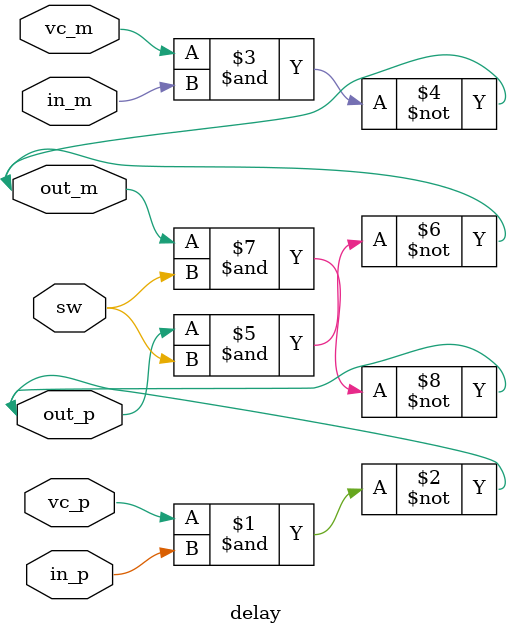
<source format=v>
module delay (vc_p,in_p,vc_m,in_m,sw,out_p,out_m );
   input vc_p;
   inout in_p;
   input vc_m;
   inout in_m;
   input sw;
   inout out_p;
   inout out_m;
   wire  nand_out1;
   wire  nand_out2;
   
       
   nand(out_p,vc_p,in_p);
   nand(out_m,vc_m,in_m);

   nand(out_m,out_p,sw);
   nand(out_p,out_m,sw);
   
   
   

endmodule

</source>
